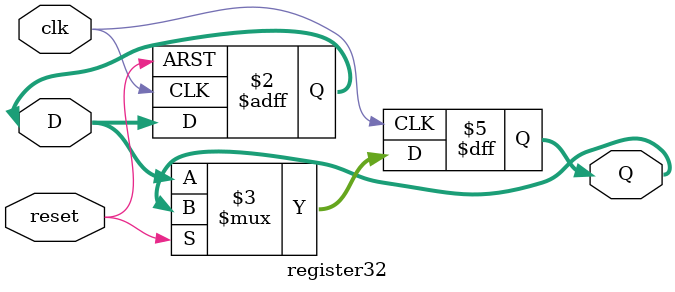
<source format=v>
`timescale 1ns / 1ps
/****************************** C E C S  4 4 0 ******************************
 * 
 * File Name:  Integer_Datapath.v
 * Project:    Lab_Assignment_4
 * Designer:   Joseph Almeida
 * Email:      Josephnalmeida@gmail.com
 * Rev. No.:   Version 1.0
 * Rev. Date:  October 4, 2018 
 *
 * Purpose: Datapath that stitches the register file and ALU together
 *				to allow data to come in from sources such as memory, I/O,
 *				or applicable IR fields
 *         
 * Notes:
 *
 ****************************************************************************/
module register32(
    input clk,
    input reset,
    input [31:0] D,
    output [31:0] Q
    );

	always@(posedge clk, posedge reset) begin
		if (reset) begin
			D <= 0;
		end
		else begin
			Q <= D;
		end
	end


endmodule

</source>
